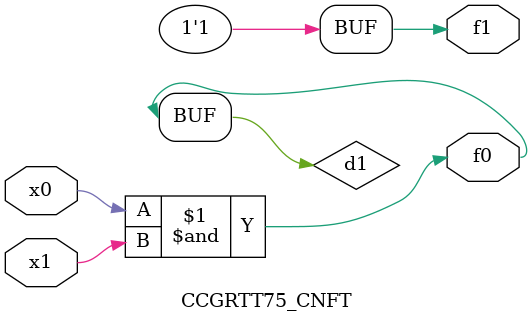
<source format=v>
module CCGRTT75_CNFT(
	input x0, x1,
	output f0, f1
);

	wire d1;

	assign f0 = d1;
	and (d1, x0, x1);
	assign f1 = 1'b1;
endmodule

</source>
